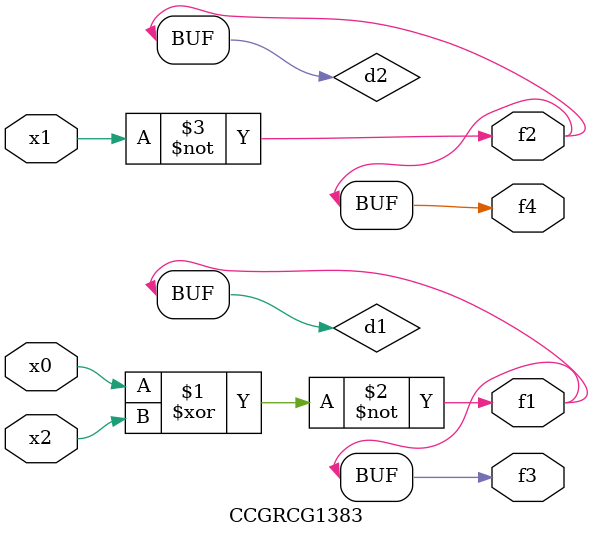
<source format=v>
module CCGRCG1383(
	input x0, x1, x2,
	output f1, f2, f3, f4
);

	wire d1, d2, d3;

	xnor (d1, x0, x2);
	nand (d2, x1);
	nor (d3, x1, x2);
	assign f1 = d1;
	assign f2 = d2;
	assign f3 = d1;
	assign f4 = d2;
endmodule

</source>
